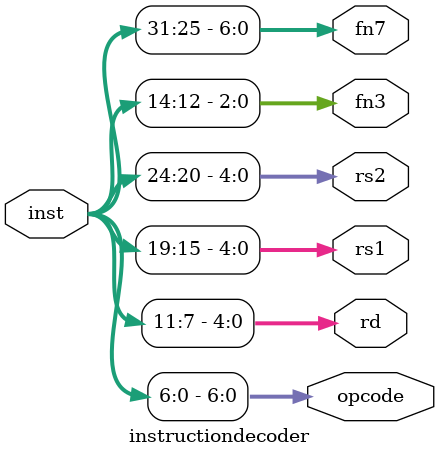
<source format=v>
`timescale 1ns / 1ps
module instructiondecoder(input [31:0]inst,
                          output[6:0]opcode,
                          output[4:0]rd,
                          output[4:0]rs1,rs2,
                          output[2:0]fn3,
                          output[6:0]fn7);
                          
assign opcode=inst[6:0];
assign rd=inst[11:7];
assign fn3=inst[14:12];
assign rs1=inst[19:15];
assign rs2=inst[24:20];
assign fn7=inst[31:25];
                          
endmodule

</source>
